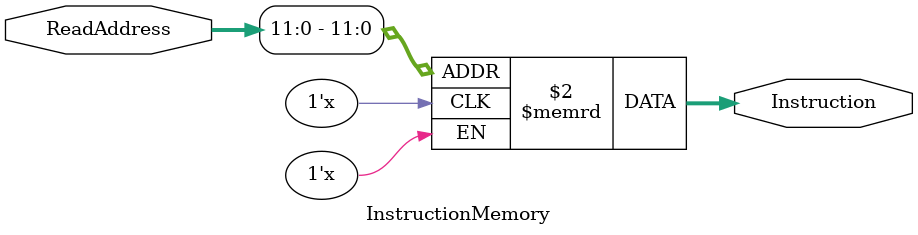
<source format=v>
/*****************************************
 *          Instruction Memory           *
 *          George T. Gougoudis          *
 *****************************************/

module InstructionMemory
#(parameter SIZE = 4095)
(
        input wire [31:0] ReadAddress,

        output reg [31:0] Instruction
);

        reg [31:0] data[SIZE - 1:0]; //Read-Only

        always @(ReadAddress) begin
            //TODO: maybe check if ReadAddress[31:12]
            Instruction = data[ReadAddress[11:0]];
        end

endmodule

</source>
